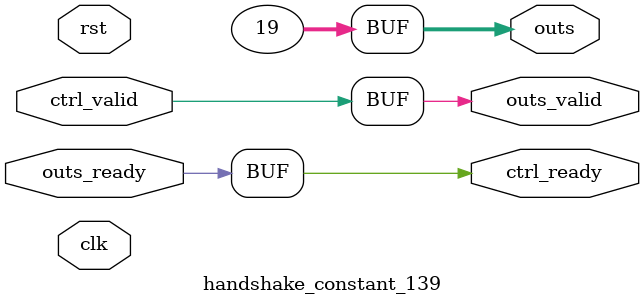
<source format=v>
`timescale 1ns / 1ps
module handshake_constant_139 #(
  parameter DATA_WIDTH = 32  // Default set to 32 bits
) (
  input                       clk,
  input                       rst,
  // Input Channel
  input                       ctrl_valid,
  output                      ctrl_ready,
  // Output Channel
  output [DATA_WIDTH - 1 : 0] outs,
  output                      outs_valid,
  input                       outs_ready
);
  assign outs       = 6'b010011;
  assign outs_valid = ctrl_valid;
  assign ctrl_ready = outs_ready;

endmodule

</source>
